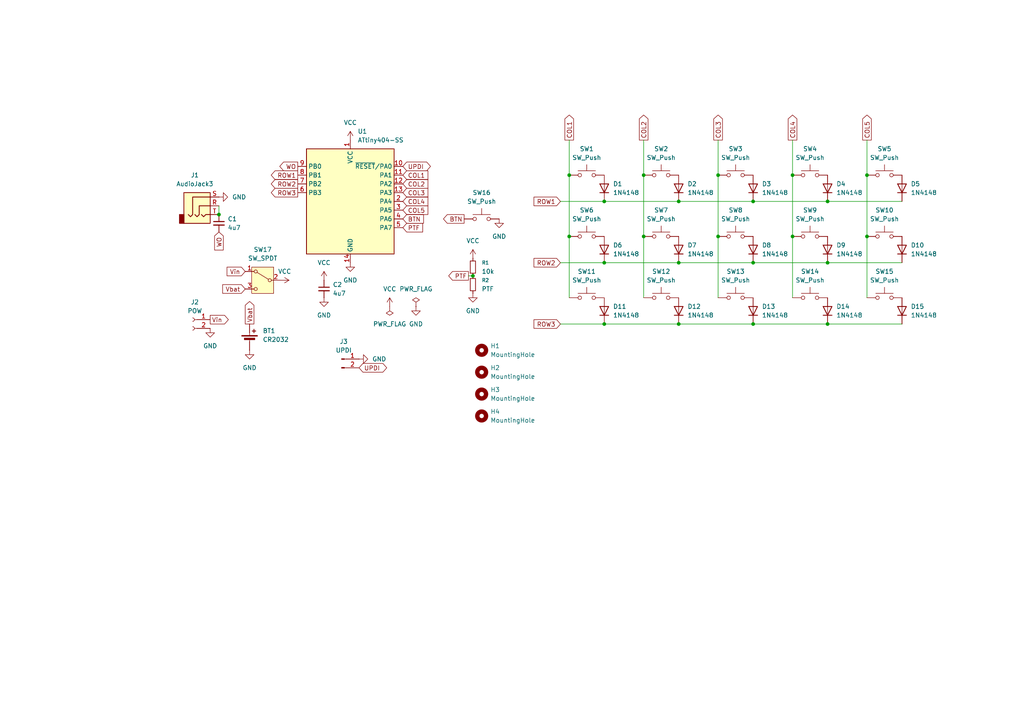
<source format=kicad_sch>
(kicad_sch (version 20250114) (generator "eeschema") (generator_version "9.0")
  (paper "A4")
  (lib_symbols
    (symbol "Connector:Conn_01x02_Pin" (pin_names (offset 1.016) (hide yes))
      (property "Reference" "J" (at 0 2.54 0))
      (property "Value" "Conn_01x02_Pin" (at 0 -5.08 0))
      (symbol "Conn_01x02_Pin_1_1"
        (rectangle (start 0.8636 0.127) (end 0 -0.127) (stroke (width 0.1524)) (fill (type outline)))
        (rectangle (start 0.8636 -2.413) (end 0 -2.667) (stroke (width 0.1524)) (fill (type outline)))
        (polyline (pts (xy 1.27 0) (xy 0.8636 0)) (stroke (width 0.1524)))
        (polyline (pts (xy 1.27 -2.54) (xy 0.8636 -2.54)) (stroke (width 0.1524)))
        (pin passive line (at 5.08 0 180) (length 3.81) (name "Pin_1") (number "1"))
        (pin passive line (at 5.08 -2.54 180) (length 3.81) (name "Pin_2") (number "2"))
      )
    )
    (symbol "Connector:Conn_01x02_Socket" (pin_names (offset 1.016) (hide yes))
      (property "Reference" "J" (at 0 2.54 0))
      (property "Value" "Conn_01x02_Socket" (at 0 -5.08 0))
      (symbol "Conn_01x02_Socket_1_1"
        (polyline (pts (xy -1.27 0) (xy -0.508 0)) (stroke (width 0.1524)))
        (polyline (pts (xy -1.27 -2.54) (xy -0.508 -2.54)) (stroke (width 0.1524)))
        (arc (start 0 -0.508) (mid -0.5058 0) (end 0 0.508) (stroke (width 0.1524)))
        (arc (start 0 -3.048) (mid -0.5058 -2.54) (end 0 -2.032) (stroke (width 0.1524)))
        (pin passive line (at -5.08 0 0) (length 3.81) (name "Pin_1") (number "1"))
        (pin passive line (at -5.08 -2.54 0) (length 3.81) (name "Pin_2") (number "2"))
      )
    )
    (symbol "Connector_Audio:AudioJack3"
      (property "Reference" "J" (at 0 8.89 0))
      (property "Value" "AudioJack3" (at 0 6.35 0))
      (symbol "AudioJack3_0_1"
        (rectangle (start -5.08 -5.08) (end -6.35 -2.54) (stroke (width 0.254)) (fill (type outline)))
        (polyline (pts (xy -1.905 -2.54) (xy -1.27 -3.175) (xy -0.635 -2.54) (xy -0.635 0) (xy 2.54 0)) (stroke (width 0.254)))
        (polyline (pts (xy 0 -2.54) (xy 0.635 -3.175) (xy 1.27 -2.54) (xy 2.54 -2.54)) (stroke (width 0.254)))
        (rectangle (start 2.54 3.81) (end -5.08 -5.08) (stroke (width 0.254)) (fill (type background)))
        (polyline (pts (xy 2.54 2.54) (xy -2.54 2.54) (xy -2.54 -2.54) (xy -3.175 -3.175) (xy -3.81 -2.54)) (stroke (width 0.254)))
      )
      (symbol "AudioJack3_1_1"
        (pin passive line (at 5.08 2.54 180) (length 2.54) (name "~") (number "S"))
        (pin passive line (at 5.08 0 180) (length 2.54) (name "~") (number "R"))
        (pin passive line (at 5.08 -2.54 180) (length 2.54) (name "~") (number "T"))
      )
    )
    (symbol "Device:Battery_Cell" (pin_numbers (hide yes)) (pin_names (offset 0) (hide yes))
      (property "Reference" "BT" (at 2.54 2.54 0))
      (property "Value" "Battery_Cell" (at 2.54 0 0))
      (symbol "Battery_Cell_0_1"
        (rectangle (start -2.286 1.778) (end 2.286 1.524) (fill (type outline)))
        (rectangle (start -1.524 1.016) (end 1.524 0.508) (fill (type outline)))
        (polyline (pts (xy 0 1.778) (xy 0 2.54)))
        (polyline (pts (xy 0 0.762) (xy 0 0)))
        (polyline (pts (xy 0.762 3.048) (xy 1.778 3.048)) (stroke (width 0.254)))
        (polyline (pts (xy 1.27 3.556) (xy 1.27 2.54)) (stroke (width 0.254)))
      )
      (symbol "Battery_Cell_1_1"
        (pin passive line (at 0 5.08 270) (length 2.54) (name "+") (number "1"))
        (pin passive line (at 0 -2.54 90) (length 2.54) (name "-") (number "2"))
      )
    )
    (symbol "Device:C_Small" (pin_numbers (hide yes)) (pin_names (offset 0.254) (hide yes))
      (property "Reference" "C" (at 0.254 1.778 0))
      (property "Value" "C_Small" (at 0.254 -2.032 0))
      (symbol "C_Small_0_1"
        (polyline (pts (xy -1.524 0.508) (xy 1.524 0.508)) (stroke (width 0.3048)))
        (polyline (pts (xy -1.524 -0.508) (xy 1.524 -0.508)) (stroke (width 0.3302)))
      )
      (symbol "C_Small_1_1"
        (pin passive line (at 0 2.54 270) (length 2.032) (name "~") (number "1"))
        (pin passive line (at 0 -2.54 90) (length 2.032) (name "~") (number "2"))
      )
    )
    (symbol "Device:R_Small" (pin_numbers (hide yes)) (pin_names (offset 0.254) (hide yes))
      (property "Reference" "R" (at 0 0 90))
      (property "Value" "R_Small" (at 1.778 0 90))
      (symbol "R_Small_0_1"
        (rectangle (start -0.762 1.778) (end 0.762 -1.778) (stroke (width 0.2032)))
      )
      (symbol "R_Small_1_1"
        (pin passive line (at 0 2.54 270) (length 0.762) (name "~") (number "1"))
        (pin passive line (at 0 -2.54 90) (length 0.762) (name "~") (number "2"))
      )
    )
    (symbol "Diode:1N4148" (pin_numbers (hide yes)) (pin_names (hide yes))
      (property "Reference" "D" (at 0 2.54 0))
      (property "Value" "1N4148" (at 0 -2.54 0))
      (symbol "1N4148_0_1"
        (polyline (pts (xy -1.27 1.27) (xy -1.27 -1.27)) (stroke (width 0.254)))
        (polyline (pts (xy 1.27 1.27) (xy 1.27 -1.27) (xy -1.27 0) (xy 1.27 1.27)) (stroke (width 0.254)))
        (polyline (pts (xy 1.27 0) (xy -1.27 0)))
      )
      (symbol "1N4148_1_1"
        (pin passive line (at -3.81 0 0) (length 2.54) (name "K") (number "1"))
        (pin passive line (at 3.81 0 180) (length 2.54) (name "A") (number "2"))
      )
    )
    (symbol "MCU_Microchip_ATtiny:ATtiny404-SS"
      (property "Reference" "U" (at -12.7 16.51 0))
      (property "Value" "ATtiny404-SS" (at 2.54 -16.51 0))
      (symbol "ATtiny404-SS_0_1"
        (rectangle (start -12.7 -15.24) (end 12.7 15.24) (stroke (width 0.254)) (fill (type background)))
      )
      (symbol "ATtiny404-SS_1_1"
        (pin bidirectional line (at -15.24 10.16 0) (length 2.54) (name "PB0") (number "9"))
        (pin bidirectional line (at -15.24 7.62 0) (length 2.54) (name "PB1") (number "8"))
        (pin bidirectional line (at -15.24 5.08 0) (length 2.54) (name "PB2") (number "7"))
        (pin bidirectional line (at -15.24 2.54 0) (length 2.54) (name "PB3") (number "6"))
        (pin power_in line (at 0 17.78 270) (length 2.54) (name "VCC") (number "1"))
        (pin power_in line (at 0 -17.78 90) (length 2.54) (name "GND") (number "14"))
        (pin bidirectional line (at 15.24 10.16 180) (length 2.54) (name "~{RESET}/PA0") (number "10"))
        (pin bidirectional line (at 15.24 7.62 180) (length 2.54) (name "PA1") (number "11"))
        (pin bidirectional line (at 15.24 5.08 180) (length 2.54) (name "PA2") (number "12"))
        (pin bidirectional line (at 15.24 2.54 180) (length 2.54) (name "PA3") (number "13"))
        (pin bidirectional line (at 15.24 0 180) (length 2.54) (name "PA4") (number "2"))
        (pin bidirectional line (at 15.24 -2.54 180) (length 2.54) (name "PA5") (number "3"))
        (pin bidirectional line (at 15.24 -5.08 180) (length 2.54) (name "PA6") (number "4"))
        (pin bidirectional line (at 15.24 -7.62 180) (length 2.54) (name "PA7") (number "5"))
      )
    )
    (symbol "Mechanical:MountingHole" (pin_names (offset 1.016)) (in_bom no)
      (property "Reference" "H" (at 0 5.08 0))
      (property "Value" "MountingHole" (at 0 3.175 0))
      (symbol "MountingHole_0_1"
        (circle (center 0 0) (radius 1.27) (stroke (width 1.27)))
      )
    )
    (symbol "Switch:SW_Push" (pin_numbers (hide yes)) (pin_names (offset 1.016) (hide yes))
      (property "Reference" "SW" (at 1.27 2.54 0))
      (property "Value" "SW_Push" (at 0 -1.524 0))
      (symbol "SW_Push_0_1"
        (circle (center -2.032 0) (radius 0.508))
        (polyline (pts (xy 0 1.27) (xy 0 3.048)))
        (circle (center 2.032 0) (radius 0.508))
        (polyline (pts (xy 2.54 1.27) (xy -2.54 1.27)))
        (pin passive line (at -5.08 0 0) (length 2.54) (name "1") (number "1"))
        (pin passive line (at 5.08 0 180) (length 2.54) (name "2") (number "2"))
      )
    )
    (symbol "Switch:SW_SPDT" (pin_names (offset 0) (hide yes))
      (property "Reference" "SW" (at 0 5.08 0))
      (property "Value" "SW_SPDT" (at 0 -5.08 0))
      (symbol "SW_SPDT_0_1"
        (circle (center -2.032 0) (radius 0.4572))
        (polyline (pts (xy -1.651 0.254) (xy 1.651 2.286)))
        (circle (center 2.032 2.54) (radius 0.4572))
        (circle (center 2.032 -2.54) (radius 0.4572))
      )
      (symbol "SW_SPDT_1_1"
        (rectangle (start -3.175 3.81) (end 3.175 -3.81) (fill (type background)))
        (pin passive line (at -5.08 0 0) (length 2.54) (name "B") (number "2"))
        (pin passive line (at 5.08 2.54 180) (length 2.54) (name "A") (number "1"))
        (pin passive line (at 5.08 -2.54 180) (length 2.54) (name "C") (number "3"))
      )
    )
    (symbol "power:GND" (power) (pin_numbers (hide yes)) (pin_names (offset 0) (hide yes))
      (property "Value" "GND" (at 0 -3.81 0))
      (symbol "GND_0_1"
        (polyline (pts (xy 0 0) (xy 0 -1.27) (xy 1.27 -1.27) (xy 0 -2.54) (xy -1.27 -1.27) (xy 0 -1.27)))
      )
      (symbol "GND_1_1"
        (pin power_in line (at 0 0 270) (length 0) (name "~") (number "1"))
      )
    )
    (symbol "power:PWR_FLAG" (power) (pin_numbers (hide yes)) (pin_names (offset 0) (hide yes))
      (property "Value" "PWR_FLAG" (at 0 3.81 0))
      (symbol "PWR_FLAG_0_0"
        (pin power_out line (at 0 0 90) (length 0) (name "~") (number "1"))
      )
      (symbol "PWR_FLAG_0_1"
        (polyline (pts (xy 0 0) (xy 0 1.27) (xy -1.016 1.905) (xy 0 2.54) (xy 1.016 1.905) (xy 0 1.27)))
      )
    )
    (symbol "power:VCC" (power) (pin_numbers (hide yes)) (pin_names (offset 0) (hide yes))
      (property "Value" "VCC" (at 0 3.556 0))
      (symbol "VCC_0_1"
        (polyline (pts (xy -0.762 1.27) (xy 0 2.54)))
        (polyline (pts (xy 0 2.54) (xy 0.762 1.27)))
        (polyline (pts (xy 0 0) (xy 0 2.54)))
      )
      (symbol "VCC_1_1"
        (pin power_in line (at 0 0 90) (length 0) (name "~") (number "1"))
      )
    )
  )
  (junction (at 196.85 58.42))
  (junction (at 229.87 68.58))
  (junction (at 137.16 80.01))
  (junction (at 218.44 58.42))
  (junction (at 175.26 58.42))
  (junction (at 240.03 58.42))
  (junction (at 208.28 50.8))
  (junction (at 240.03 76.2))
  (junction (at 240.03 93.98))
  (junction (at 165.1 68.58))
  (junction (at 175.26 93.98))
  (junction (at 196.85 93.98))
  (junction (at 165.1 50.8))
  (junction (at 218.44 76.2))
  (junction (at 251.46 68.58))
  (junction (at 186.69 50.8))
  (junction (at 251.46 50.8))
  (junction (at 63.5 62.23))
  (junction (at 218.44 93.98))
  (junction (at 186.69 68.58))
  (junction (at 208.28 68.58))
  (junction (at 229.87 50.8))
  (junction (at 196.85 76.2))
  (junction (at 175.26 76.2))
  (wire (pts (xy 137.16 80.01) (xy 135.89 80.01)))
  (wire (pts (xy 165.1 68.58) (xy 165.1 86.36)))
  (wire (pts (xy 162.56 93.98) (xy 175.26 93.98)))
  (wire (pts (xy 218.44 93.98) (xy 240.03 93.98)))
  (wire (pts (xy 229.87 68.58) (xy 229.87 86.36)))
  (wire (pts (xy 218.44 76.2) (xy 240.03 76.2)))
  (wire (pts (xy 165.1 50.8) (xy 165.1 68.58)))
  (wire (pts (xy 208.28 40.64) (xy 208.28 50.8)))
  (wire (pts (xy 240.03 93.98) (xy 261.62 93.98)))
  (wire (pts (xy 240.03 76.2) (xy 261.62 76.2)))
  (wire (pts (xy 229.87 40.64) (xy 229.87 50.8)))
  (wire (pts (xy 229.87 50.8) (xy 229.87 68.58)))
  (wire (pts (xy 186.69 50.8) (xy 186.69 68.58)))
  (wire (pts (xy 63.5 59.69) (xy 63.5 62.23)))
  (wire (pts (xy 175.26 93.98) (xy 196.85 93.98)))
  (wire (pts (xy 196.85 58.42) (xy 218.44 58.42)))
  (wire (pts (xy 175.26 76.2) (xy 196.85 76.2)))
  (wire (pts (xy 208.28 68.58) (xy 208.28 86.36)))
  (wire (pts (xy 251.46 50.8) (xy 251.46 68.58)))
  (wire (pts (xy 186.69 40.64) (xy 186.69 50.8)))
  (wire (pts (xy 175.26 58.42) (xy 196.85 58.42)))
  (wire (pts (xy 251.46 68.58) (xy 251.46 86.36)))
  (wire (pts (xy 251.46 40.64) (xy 251.46 50.8)))
  (wire (pts (xy 208.28 50.8) (xy 208.28 68.58)))
  (wire (pts (xy 196.85 76.2) (xy 218.44 76.2)))
  (wire (pts (xy 218.44 58.42) (xy 240.03 58.42)))
  (wire (pts (xy 240.03 58.42) (xy 261.62 58.42)))
  (wire (pts (xy 162.56 76.2) (xy 175.26 76.2)))
  (wire (pts (xy 165.1 40.64) (xy 165.1 50.8)))
  (wire (pts (xy 196.85 93.98) (xy 218.44 93.98)))
  (wire (pts (xy 162.56 58.42) (xy 175.26 58.42)))
  (wire (pts (xy 186.69 68.58) (xy 186.69 86.36)))
  (global_label "Vin" (shape input) (at 71.12 78.74 180) (property "Intersheetrefs" "${INTERSHEET_REFS}" (effects (hide yes))))
  (global_label "COL3" (shape input) (at 116.84 55.88 0) (property "Intersheetrefs" "${INTERSHEET_REFS}" (effects (hide yes))))
  (global_label "Vin" (shape output) (at 60.96 92.71 0) (property "Intersheetrefs" "${INTERSHEET_REFS}" (effects (hide yes))))
  (global_label "COL2" (shape output) (at 186.69 40.64 90) (property "Intersheetrefs" "${INTERSHEET_REFS}" (effects (hide yes))))
  (global_label "PTF" (shape output) (at 135.89 80.01 180) (property "Intersheetrefs" "${INTERSHEET_REFS}" (effects (hide yes))))
  (global_label "COL4" (shape output) (at 229.87 40.64 90) (property "Intersheetrefs" "${INTERSHEET_REFS}" (effects (hide yes))))
  (global_label "ROW3" (shape output) (at 86.36 55.88 180) (property "Intersheetrefs" "${INTERSHEET_REFS}" (effects (hide yes))))
  (global_label "BTN" (shape output) (at 134.62 63.5 180) (property "Intersheetrefs" "${INTERSHEET_REFS}" (effects (hide yes))))
  (global_label "COL5" (shape input) (at 116.84 60.96 0) (property "Intersheetrefs" "${INTERSHEET_REFS}" (effects (hide yes))))
  (global_label "ROW1" (shape output) (at 86.36 50.8 180) (property "Intersheetrefs" "${INTERSHEET_REFS}" (effects (hide yes))))
  (global_label "WO" (shape output) (at 86.36 48.26 180) (property "Intersheetrefs" "${INTERSHEET_REFS}" (effects (hide yes))))
  (global_label "COL4" (shape input) (at 116.84 58.42 0) (property "Intersheetrefs" "${INTERSHEET_REFS}" (effects (hide yes))))
  (global_label "COL1" (shape output) (at 165.1 40.64 90) (property "Intersheetrefs" "${INTERSHEET_REFS}" (effects (hide yes))))
  (global_label "Vbat" (shape input) (at 71.12 83.82 180) (property "Intersheetrefs" "${INTERSHEET_REFS}" (effects (hide yes))))
  (global_label "ROW1" (shape input) (at 162.56 58.42 180) (property "Intersheetrefs" "${INTERSHEET_REFS}" (effects (hide yes))))
  (global_label "ROW2" (shape output) (at 86.36 53.34 180) (property "Intersheetrefs" "${INTERSHEET_REFS}" (effects (hide yes))))
  (global_label "BTN" (shape input) (at 116.84 63.5 0) (property "Intersheetrefs" "${INTERSHEET_REFS}" (effects (hide yes))))
  (global_label "COL1" (shape input) (at 116.84 50.8 0) (property "Intersheetrefs" "${INTERSHEET_REFS}" (effects (hide yes))))
  (global_label "ROW2" (shape input) (at 162.56 76.2 180) (property "Intersheetrefs" "${INTERSHEET_REFS}" (effects (hide yes))))
  (global_label "UPDI" (shape bidirectional) (at 104.14 106.68 0) (property "Intersheetrefs" "${INTERSHEET_REFS}" (effects (hide yes))))
  (global_label "PTF" (shape input) (at 116.84 66.04 0) (property "Intersheetrefs" "${INTERSHEET_REFS}" (effects (hide yes))))
  (global_label "UPDI" (shape bidirectional) (at 116.84 48.26 0) (property "Intersheetrefs" "${INTERSHEET_REFS}" (effects (hide yes))))
  (global_label "ROW3" (shape input) (at 162.56 93.98 180) (property "Intersheetrefs" "${INTERSHEET_REFS}" (effects (hide yes))))
  (global_label "COL2" (shape input) (at 116.84 53.34 0) (property "Intersheetrefs" "${INTERSHEET_REFS}" (effects (hide yes))))
  (global_label "COL5" (shape output) (at 251.46 40.64 90) (property "Intersheetrefs" "${INTERSHEET_REFS}" (effects (hide yes))))
  (global_label "COL3" (shape output) (at 208.28 40.64 90) (property "Intersheetrefs" "${INTERSHEET_REFS}" (effects (hide yes))))
  (global_label "Vbat" (shape output) (at 72.39 93.98 90) (property "Intersheetrefs" "${INTERSHEET_REFS}" (effects (hide yes))))
  (global_label "WO" (shape input) (at 63.5 67.31 270) (property "Intersheetrefs" "${INTERSHEET_REFS}" (effects (hide yes))))
  (symbol (lib_id "Switch:SW_Push") (at 191.77 86.36 0) (unit 1)
    (property "Reference" "SW12" (at 191.77 78.74 0))
    (property "Value" "SW_Push" (at 191.77 81.28 0))
    (property "Footprint" "Button_Switch_Keyboard:SW_Cherry_MX_1.00u_PCB" (effects (hide yes)))
    (property "Description" "Push button switch, generic, two pins" (effects (hide yes)))
  )
  (symbol (lib_id "Device:R_Small") (at 137.16 82.55 0) (unit 1)
    (property "Reference" "R2" (at 139.7 81.2799 0) (effects (font (size 1.016 1.016)) (justify left)))
    (property "Value" "PTF" (at 139.7 83.8199 0) (effects (justify left)))
    (property "Footprint" "Resistor_SMD:R_1020_2550Metric" (effects (hide yes)))
    (property "Description" "Resistor, small symbol" (effects (hide yes)))
  )
  (symbol (lib_id "power:PWR_FLAG") (at 120.65 88.9 0) (unit 1)
    (property "Reference" "#FLG01" (effects (hide yes)))
    (property "Value" "PWR_FLAG" (at 120.65 83.82 0))
    (property "Description" "Special symbol for telling ERC where power comes from" (effects (hide yes)))
  )
  (symbol (lib_id "Connector:Conn_01x02_Socket") (at 55.88 92.71 0) (mirror y) (unit 1)
    (property "Reference" "J2" (at 56.515 87.63 0))
    (property "Value" "POW" (at 56.515 90.17 0))
    (property "Footprint" "Connector_JST:JST_XH_S2B-XH-A_1x02_P2.50mm_Horizontal" (effects (hide yes)))
    (property "Description" "Generic connector, single row, 01x02, script generated" (effects (hide yes)))
  )
  (symbol (lib_id "Device:Battery_Cell") (at 72.39 99.06 0) (unit 1)
    (property "Reference" "BT1" (at 76.2 95.9484 0) (effects (justify left)))
    (property "Value" "CR2032" (at 76.2 98.4884 0) (effects (justify left)))
    (property "Footprint" "Battery:BatteryHolder_Multicomp_BC-2001_1x2032" (effects (hide yes)))
    (property "Description" "Single-cell battery" (effects (hide yes)))
  )
  (symbol (lib_id "Device:C_Small") (at 63.5 64.77 0) (unit 1)
    (property "Reference" "C1" (at 66.04 63.5062 0) (effects (justify left)))
    (property "Value" "4u7" (at 66.04 66.0462 0) (effects (justify left)))
    (property "Footprint" "Capacitor_SMD:C_0603_1608Metric" (effects (hide yes)))
    (property "Description" "Unpolarized capacitor, small symbol" (effects (hide yes)))
  )
  (symbol (lib_id "Switch:SW_Push") (at 170.18 68.58 0) (unit 1)
    (property "Reference" "SW6" (at 170.18 60.96 0))
    (property "Value" "SW_Push" (at 170.18 63.5 0))
    (property "Footprint" "Button_Switch_Keyboard:SW_Cherry_MX_1.00u_PCB" (effects (hide yes)))
    (property "Description" "Push button switch, generic, two pins" (effects (hide yes)))
  )
  (symbol (lib_id "power:GND") (at 144.78 63.5 0) (unit 1)
    (property "Reference" "#PWR010" (effects (hide yes)))
    (property "Value" "GND" (at 144.78 68.58 0))
    (property "Description" "Power symbol creates a global label with name \"GND\" , ground" (effects (hide yes)))
  )
  (symbol (lib_id "Diode:1N4148") (at 240.03 90.17 90) (unit 1)
    (property "Reference" "D14" (at 242.57 88.8999 90) (effects (justify right)))
    (property "Value" "1N4148" (at 242.57 91.4399 90) (effects (justify right)))
    (property "Footprint" "Diode_THT:D_DO-35_SOD27_P7.62mm_Horizontal" (effects (hide yes)))
    (property "Datasheet" "https://assets.nexperia.com/documents/data-sheet/1N4148_1N4448.pdf" (effects (hide yes)))
    (property "Description" "100V 0.15A standard switching diode, DO-35" (effects (hide yes)))
    (property "Sim.Device" "D" (effects (hide yes)))
    (property "Sim.Pins" "1=K 2=A" (effects (hide yes)))
  )
  (symbol (lib_id "Diode:1N4148") (at 261.62 90.17 90) (unit 1)
    (property "Reference" "D15" (at 264.16 88.8999 90) (effects (justify right)))
    (property "Value" "1N4148" (at 264.16 91.4399 90) (effects (justify right)))
    (property "Footprint" "Diode_THT:D_DO-35_SOD27_P7.62mm_Horizontal" (effects (hide yes)))
    (property "Datasheet" "https://assets.nexperia.com/documents/data-sheet/1N4148_1N4448.pdf" (effects (hide yes)))
    (property "Description" "100V 0.15A standard switching diode, DO-35" (effects (hide yes)))
    (property "Sim.Device" "D" (effects (hide yes)))
    (property "Sim.Pins" "1=K 2=A" (effects (hide yes)))
  )
  (symbol (lib_id "Switch:SW_Push") (at 256.54 50.8 0) (unit 1)
    (property "Reference" "SW5" (at 256.54 43.18 0))
    (property "Value" "SW_Push" (at 256.54 45.72 0))
    (property "Footprint" "Button_Switch_Keyboard:SW_Cherry_MX_1.00u_PCB" (effects (hide yes)))
    (property "Description" "Push button switch, generic, two pins" (effects (hide yes)))
  )
  (symbol (lib_id "Mechanical:MountingHole") (at 139.7 120.65 0) (unit 1) (in_bom no)
    (property "Reference" "H4" (at 142.24 119.3799 0) (effects (justify left)))
    (property "Value" "MountingHole" (at 142.24 121.9199 0) (effects (justify left)))
    (property "Footprint" "MountingHole:MountingHole_3.2mm_M3" (effects (hide yes)))
    (property "Description" "Mounting Hole without connection" (effects (hide yes)))
  )
  (symbol (lib_id "Diode:1N4148") (at 196.85 54.61 90) (unit 1)
    (property "Reference" "D2" (at 199.39 53.3399 90) (effects (justify right)))
    (property "Value" "1N4148" (at 199.39 55.8799 90) (effects (justify right)))
    (property "Footprint" "Diode_THT:D_DO-35_SOD27_P7.62mm_Horizontal" (effects (hide yes)))
    (property "Datasheet" "https://assets.nexperia.com/documents/data-sheet/1N4148_1N4448.pdf" (effects (hide yes)))
    (property "Description" "100V 0.15A standard switching diode, DO-35" (effects (hide yes)))
    (property "Sim.Device" "D" (effects (hide yes)))
    (property "Sim.Pins" "1=K 2=A" (effects (hide yes)))
  )
  (symbol (lib_id "Diode:1N4148") (at 218.44 54.61 90) (unit 1)
    (property "Reference" "D3" (at 220.98 53.3399 90) (effects (justify right)))
    (property "Value" "1N4148" (at 220.98 55.8799 90) (effects (justify right)))
    (property "Footprint" "Diode_THT:D_DO-35_SOD27_P7.62mm_Horizontal" (effects (hide yes)))
    (property "Datasheet" "https://assets.nexperia.com/documents/data-sheet/1N4148_1N4448.pdf" (effects (hide yes)))
    (property "Description" "100V 0.15A standard switching diode, DO-35" (effects (hide yes)))
    (property "Sim.Device" "D" (effects (hide yes)))
    (property "Sim.Pins" "1=K 2=A" (effects (hide yes)))
  )
  (symbol (lib_id "Diode:1N4148") (at 175.26 90.17 90) (unit 1)
    (property "Reference" "D11" (at 177.8 88.8999 90) (effects (justify right)))
    (property "Value" "1N4148" (at 177.8 91.4399 90) (effects (justify right)))
    (property "Footprint" "Diode_THT:D_DO-35_SOD27_P7.62mm_Horizontal" (effects (hide yes)))
    (property "Datasheet" "https://assets.nexperia.com/documents/data-sheet/1N4148_1N4448.pdf" (effects (hide yes)))
    (property "Description" "100V 0.15A standard switching diode, DO-35" (effects (hide yes)))
    (property "Sim.Device" "D" (effects (hide yes)))
    (property "Sim.Pins" "1=K 2=A" (effects (hide yes)))
  )
  (symbol (lib_id "power:GND") (at 104.14 104.14 90) (unit 1)
    (property "Reference" "#PWR014" (effects (hide yes)))
    (property "Value" "GND" (at 107.95 104.1399 90) (effects (justify right)))
    (property "Description" "Power symbol creates a global label with name \"GND\" , ground" (effects (hide yes)))
  )
  (symbol (lib_id "power:GND") (at 101.6 76.2 0) (unit 1)
    (property "Reference" "#PWR02" (effects (hide yes)))
    (property "Value" "GND" (at 101.6 81.28 0))
    (property "Description" "Power symbol creates a global label with name \"GND\" , ground" (effects (hide yes)))
  )
  (symbol (lib_id "Switch:SW_Push") (at 213.36 86.36 0) (unit 1)
    (property "Reference" "SW13" (at 213.36 78.74 0))
    (property "Value" "SW_Push" (at 213.36 81.28 0))
    (property "Footprint" "Button_Switch_Keyboard:SW_Cherry_MX_1.00u_PCB" (effects (hide yes)))
    (property "Description" "Push button switch, generic, two pins" (effects (hide yes)))
  )
  (symbol (lib_id "power:GND") (at 120.65 88.9 0) (unit 1)
    (property "Reference" "#PWR03" (effects (hide yes)))
    (property "Value" "GND" (at 120.65 93.98 0))
    (property "Description" "Power symbol creates a global label with name \"GND\" , ground" (effects (hide yes)))
  )
  (symbol (lib_id "Device:R_Small") (at 137.16 77.47 0) (unit 1)
    (property "Reference" "R1" (at 139.7 76.1999 0) (effects (font (size 1.016 1.016)) (justify left)))
    (property "Value" "10k" (at 139.7 78.7399 0) (effects (justify left)))
    (property "Footprint" "Resistor_SMD:R_0603_1608Metric" (effects (hide yes)))
    (property "Description" "Resistor, small symbol" (effects (hide yes)))
  )
  (symbol (lib_id "Diode:1N4148") (at 240.03 54.61 90) (unit 1)
    (property "Reference" "D4" (at 242.57 53.3399 90) (effects (justify right)))
    (property "Value" "1N4148" (at 242.57 55.8799 90) (effects (justify right)))
    (property "Footprint" "Diode_THT:D_DO-35_SOD27_P7.62mm_Horizontal" (effects (hide yes)))
    (property "Datasheet" "https://assets.nexperia.com/documents/data-sheet/1N4148_1N4448.pdf" (effects (hide yes)))
    (property "Description" "100V 0.15A standard switching diode, DO-35" (effects (hide yes)))
    (property "Sim.Device" "D" (effects (hide yes)))
    (property "Sim.Pins" "1=K 2=A" (effects (hide yes)))
  )
  (symbol (lib_id "power:VCC") (at 137.16 74.93 0) (unit 1)
    (property "Reference" "#PWR011" (effects (hide yes)))
    (property "Value" "VCC" (at 137.16 69.85 0))
    (property "Description" "Power symbol creates a global label with name \"VCC\"" (effects (hide yes)))
  )
  (symbol (lib_id "Device:C_Small") (at 93.98 83.82 0) (unit 1)
    (property "Reference" "C2" (at 96.52 82.5562 0) (effects (justify left)))
    (property "Value" "4u7" (at 96.52 85.0962 0) (effects (justify left)))
    (property "Footprint" "Capacitor_SMD:C_0603_1608Metric" (effects (hide yes)))
    (property "Description" "Unpolarized capacitor, small symbol" (effects (hide yes)))
  )
  (symbol (lib_id "power:VCC") (at 101.6 40.64 0) (unit 1)
    (property "Reference" "#PWR01" (effects (hide yes)))
    (property "Value" "VCC" (at 101.6 35.56 0))
    (property "Description" "Power symbol creates a global label with name \"VCC\"" (effects (hide yes)))
  )
  (symbol (lib_id "Switch:SW_Push") (at 234.95 68.58 0) (unit 1)
    (property "Reference" "SW9" (at 234.95 60.96 0))
    (property "Value" "SW_Push" (at 234.95 63.5 0))
    (property "Footprint" "Button_Switch_Keyboard:SW_Cherry_MX_1.00u_PCB" (effects (hide yes)))
    (property "Description" "Push button switch, generic, two pins" (effects (hide yes)))
  )
  (symbol (lib_id "power:GND") (at 63.5 57.15 90) (unit 1)
    (property "Reference" "#PWR05" (effects (hide yes)))
    (property "Value" "GND" (at 67.31 57.1499 90) (effects (justify right)))
    (property "Description" "Power symbol creates a global label with name \"GND\" , ground" (effects (hide yes)))
  )
  (symbol (lib_id "power:VCC") (at 113.03 88.9 0) (unit 1)
    (property "Reference" "#PWR04" (effects (hide yes)))
    (property "Value" "VCC" (at 113.03 83.82 0))
    (property "Description" "Power symbol creates a global label with name \"VCC\"" (effects (hide yes)))
  )
  (symbol (lib_id "power:VCC") (at 81.28 81.28 270) (mirror x) (unit 1)
    (property "Reference" "#PWR06" (effects (hide yes)))
    (property "Value" "VCC" (at 82.55 78.74 90))
    (property "Description" "Power symbol creates a global label with name \"VCC\"" (effects (hide yes)))
  )
  (symbol (lib_id "Diode:1N4148") (at 218.44 90.17 90) (unit 1)
    (property "Reference" "D13" (at 220.98 88.8999 90) (effects (justify right)))
    (property "Value" "1N4148" (at 220.98 91.4399 90) (effects (justify right)))
    (property "Footprint" "Diode_THT:D_DO-35_SOD27_P7.62mm_Horizontal" (effects (hide yes)))
    (property "Datasheet" "https://assets.nexperia.com/documents/data-sheet/1N4148_1N4448.pdf" (effects (hide yes)))
    (property "Description" "100V 0.15A standard switching diode, DO-35" (effects (hide yes)))
    (property "Sim.Device" "D" (effects (hide yes)))
    (property "Sim.Pins" "1=K 2=A" (effects (hide yes)))
  )
  (symbol (lib_id "power:GND") (at 137.16 85.09 0) (unit 1)
    (property "Reference" "#PWR012" (effects (hide yes)))
    (property "Value" "GND" (at 137.16 90.17 0))
    (property "Description" "Power symbol creates a global label with name \"GND\" , ground" (effects (hide yes)))
  )
  (symbol (lib_id "Mechanical:MountingHole") (at 139.7 114.3 0) (unit 1) (in_bom no)
    (property "Reference" "H3" (at 142.24 113.0299 0) (effects (justify left)))
    (property "Value" "MountingHole" (at 142.24 115.5699 0) (effects (justify left)))
    (property "Footprint" "MountingHole:MountingHole_3.2mm_M3" (effects (hide yes)))
    (property "Description" "Mounting Hole without connection" (effects (hide yes)))
  )
  (symbol (lib_id "Diode:1N4148") (at 175.26 54.61 90) (unit 1)
    (property "Reference" "D1" (at 177.8 53.3399 90) (effects (justify right)))
    (property "Value" "1N4148" (at 177.8 55.8799 90) (effects (justify right)))
    (property "Footprint" "Diode_THT:D_DO-35_SOD27_P7.62mm_Horizontal" (effects (hide yes)))
    (property "Datasheet" "https://assets.nexperia.com/documents/data-sheet/1N4148_1N4448.pdf" (effects (hide yes)))
    (property "Description" "100V 0.15A standard switching diode, DO-35" (effects (hide yes)))
    (property "Sim.Device" "D" (effects (hide yes)))
    (property "Sim.Pins" "1=K 2=A" (effects (hide yes)))
  )
  (symbol (lib_id "power:VCC") (at 93.98 81.28 0) (unit 1)
    (property "Reference" "#PWR08" (effects (hide yes)))
    (property "Value" "VCC" (at 93.98 76.2 0))
    (property "Description" "Power symbol creates a global label with name \"VCC\"" (effects (hide yes)))
  )
  (symbol (lib_id "Switch:SW_Push") (at 139.7 63.5 0) (unit 1)
    (property "Reference" "SW16" (at 139.7 55.88 0))
    (property "Value" "SW_Push" (at 139.7 58.42 0))
    (property "Footprint" "Library:alps-skrg" (effects (hide yes)))
    (property "Description" "Push button switch, generic, two pins" (effects (hide yes)))
  )
  (symbol (lib_id "MCU_Microchip_ATtiny:ATtiny404-SS") (at 101.6 58.42 0) (unit 1)
    (property "Reference" "U1" (at 103.7433 38.1 0) (effects (justify left)))
    (property "Value" "ATtiny404-SS" (at 103.7433 40.64 0) (effects (justify left)))
    (property "Footprint" "Package_SO:SOIC-14_3.9x8.7mm_P1.27mm" (effects (hide yes)))
    (property "Datasheet" "http://ww1.microchip.com/downloads/en/DeviceDoc/50002687A.pdf" (effects (hide yes)))
    (property "Description" "20MHz, 4kB Flash, 256B SRAM, 128B EEPROM, SOIC-14" (effects (hide yes)))
  )
  (symbol (lib_id "Diode:1N4148") (at 196.85 90.17 90) (unit 1)
    (property "Reference" "D12" (at 199.39 88.8999 90) (effects (justify right)))
    (property "Value" "1N4148" (at 199.39 91.4399 90) (effects (justify right)))
    (property "Footprint" "Diode_THT:D_DO-35_SOD27_P7.62mm_Horizontal" (effects (hide yes)))
    (property "Datasheet" "https://assets.nexperia.com/documents/data-sheet/1N4148_1N4448.pdf" (effects (hide yes)))
    (property "Description" "100V 0.15A standard switching diode, DO-35" (effects (hide yes)))
    (property "Sim.Device" "D" (effects (hide yes)))
    (property "Sim.Pins" "1=K 2=A" (effects (hide yes)))
  )
  (symbol (lib_id "power:GND") (at 60.96 95.25 0) (unit 1)
    (property "Reference" "#PWR09" (effects (hide yes)))
    (property "Value" "GND" (at 60.96 100.33 0))
    (property "Description" "Power symbol creates a global label with name \"GND\" , ground" (effects (hide yes)))
  )
  (symbol (lib_id "Diode:1N4148") (at 218.44 72.39 90) (unit 1)
    (property "Reference" "D8" (at 220.98 71.1199 90) (effects (justify right)))
    (property "Value" "1N4148" (at 220.98 73.6599 90) (effects (justify right)))
    (property "Footprint" "Diode_THT:D_DO-35_SOD27_P7.62mm_Horizontal" (effects (hide yes)))
    (property "Datasheet" "https://assets.nexperia.com/documents/data-sheet/1N4148_1N4448.pdf" (effects (hide yes)))
    (property "Description" "100V 0.15A standard switching diode, DO-35" (effects (hide yes)))
    (property "Sim.Device" "D" (effects (hide yes)))
    (property "Sim.Pins" "1=K 2=A" (effects (hide yes)))
  )
  (symbol (lib_id "Switch:SW_Push") (at 170.18 50.8 0) (unit 1)
    (property "Reference" "SW1" (at 170.18 43.18 0))
    (property "Value" "SW_Push" (at 170.18 45.72 0))
    (property "Footprint" "Button_Switch_Keyboard:SW_Cherry_MX_1.00u_PCB" (effects (hide yes)))
    (property "Description" "Push button switch, generic, two pins" (effects (hide yes)))
  )
  (symbol (lib_id "Diode:1N4148") (at 261.62 54.61 90) (unit 1)
    (property "Reference" "D5" (at 264.16 53.3399 90) (effects (justify right)))
    (property "Value" "1N4148" (at 264.16 55.8799 90) (effects (justify right)))
    (property "Footprint" "Diode_THT:D_DO-35_SOD27_P7.62mm_Horizontal" (effects (hide yes)))
    (property "Datasheet" "https://assets.nexperia.com/documents/data-sheet/1N4148_1N4448.pdf" (effects (hide yes)))
    (property "Description" "100V 0.15A standard switching diode, DO-35" (effects (hide yes)))
    (property "Sim.Device" "D" (effects (hide yes)))
    (property "Sim.Pins" "1=K 2=A" (effects (hide yes)))
  )
  (symbol (lib_id "Diode:1N4148") (at 196.85 72.39 90) (unit 1)
    (property "Reference" "D7" (at 199.39 71.1199 90) (effects (justify right)))
    (property "Value" "1N4148" (at 199.39 73.6599 90) (effects (justify right)))
    (property "Footprint" "Diode_THT:D_DO-35_SOD27_P7.62mm_Horizontal" (effects (hide yes)))
    (property "Datasheet" "https://assets.nexperia.com/documents/data-sheet/1N4148_1N4448.pdf" (effects (hide yes)))
    (property "Description" "100V 0.15A standard switching diode, DO-35" (effects (hide yes)))
    (property "Sim.Device" "D" (effects (hide yes)))
    (property "Sim.Pins" "1=K 2=A" (effects (hide yes)))
  )
  (symbol (lib_id "power:PWR_FLAG") (at 113.03 88.9 0) (mirror x) (unit 1)
    (property "Reference" "#FLG02" (effects (hide yes)))
    (property "Value" "PWR_FLAG" (at 113.03 93.98 0))
    (property "Description" "Special symbol for telling ERC where power comes from" (effects (hide yes)))
  )
  (symbol (lib_id "Switch:SW_Push") (at 256.54 86.36 0) (unit 1)
    (property "Reference" "SW15" (at 256.54 78.74 0))
    (property "Value" "SW_Push" (at 256.54 81.28 0))
    (property "Footprint" "Button_Switch_Keyboard:SW_Cherry_MX_1.00u_PCB" (effects (hide yes)))
    (property "Description" "Push button switch, generic, two pins" (effects (hide yes)))
  )
  (symbol (lib_id "Mechanical:MountingHole") (at 139.7 107.95 0) (unit 1) (in_bom no)
    (property "Reference" "H2" (at 142.24 106.6799 0) (effects (justify left)))
    (property "Value" "MountingHole" (at 142.24 109.2199 0) (effects (justify left)))
    (property "Footprint" "MountingHole:MountingHole_3.2mm_M3" (effects (hide yes)))
    (property "Description" "Mounting Hole without connection" (effects (hide yes)))
  )
  (symbol (lib_id "Switch:SW_SPDT") (at 76.2 81.28 0) (mirror y) (unit 1)
    (property "Reference" "SW17" (at 76.2 72.39 0))
    (property "Value" "SW_SPDT" (at 76.2 74.93 0))
    (property "Footprint" "Button_Switch_THT:SW_Slide_SPDT_Straight_CK_OS102011MS2Q" (effects (hide yes)))
    (property "Description" "Switch, single pole double throw" (effects (hide yes)))
  )
  (symbol (lib_id "power:GND") (at 72.39 101.6 0) (unit 1)
    (property "Reference" "#PWR07" (effects (hide yes)))
    (property "Value" "GND" (at 72.39 106.68 0))
    (property "Description" "Power symbol creates a global label with name \"GND\" , ground" (effects (hide yes)))
  )
  (symbol (lib_id "Switch:SW_Push") (at 170.18 86.36 0) (unit 1)
    (property "Reference" "SW11" (at 170.18 78.74 0))
    (property "Value" "SW_Push" (at 170.18 81.28 0))
    (property "Footprint" "Button_Switch_Keyboard:SW_Cherry_MX_1.00u_PCB" (effects (hide yes)))
    (property "Description" "Push button switch, generic, two pins" (effects (hide yes)))
  )
  (symbol (lib_id "Connector:Conn_01x02_Pin") (at 99.06 104.14 0) (unit 1)
    (property "Reference" "J3" (at 99.695 99.06 0))
    (property "Value" "UPDI" (at 99.695 101.6 0))
    (property "Footprint" "Connector_PinHeader_2.54mm:PinHeader_1x02_P2.54mm_Vertical" (effects (hide yes)))
    (property "Description" "Generic connector, single row, 01x02, script generated" (effects (hide yes)))
  )
  (symbol (lib_id "Diode:1N4148") (at 175.26 72.39 90) (unit 1)
    (property "Reference" "D6" (at 177.8 71.1199 90) (effects (justify right)))
    (property "Value" "1N4148" (at 177.8 73.6599 90) (effects (justify right)))
    (property "Footprint" "Diode_THT:D_DO-35_SOD27_P7.62mm_Horizontal" (effects (hide yes)))
    (property "Datasheet" "https://assets.nexperia.com/documents/data-sheet/1N4148_1N4448.pdf" (effects (hide yes)))
    (property "Description" "100V 0.15A standard switching diode, DO-35" (effects (hide yes)))
    (property "Sim.Device" "D" (effects (hide yes)))
    (property "Sim.Pins" "1=K 2=A" (effects (hide yes)))
  )
  (symbol (lib_id "Switch:SW_Push") (at 213.36 68.58 0) (unit 1)
    (property "Reference" "SW8" (at 213.36 60.96 0))
    (property "Value" "SW_Push" (at 213.36 63.5 0))
    (property "Footprint" "Button_Switch_Keyboard:SW_Cherry_MX_1.00u_PCB" (effects (hide yes)))
    (property "Description" "Push button switch, generic, two pins" (effects (hide yes)))
  )
  (symbol (lib_id "Switch:SW_Push") (at 234.95 50.8 0) (unit 1)
    (property "Reference" "SW4" (at 234.95 43.18 0))
    (property "Value" "SW_Push" (at 234.95 45.72 0))
    (property "Footprint" "Button_Switch_Keyboard:SW_Cherry_MX_1.00u_PCB" (effects (hide yes)))
    (property "Description" "Push button switch, generic, two pins" (effects (hide yes)))
  )
  (symbol (lib_id "Switch:SW_Push") (at 234.95 86.36 0) (unit 1)
    (property "Reference" "SW14" (at 234.95 78.74 0))
    (property "Value" "SW_Push" (at 234.95 81.28 0))
    (property "Footprint" "Button_Switch_Keyboard:SW_Cherry_MX_1.00u_PCB" (effects (hide yes)))
    (property "Description" "Push button switch, generic, two pins" (effects (hide yes)))
  )
  (symbol (lib_id "Switch:SW_Push") (at 256.54 68.58 0) (unit 1)
    (property "Reference" "SW10" (at 256.54 60.96 0))
    (property "Value" "SW_Push" (at 256.54 63.5 0))
    (property "Footprint" "Button_Switch_Keyboard:SW_Cherry_MX_1.00u_PCB" (effects (hide yes)))
    (property "Description" "Push button switch, generic, two pins" (effects (hide yes)))
  )
  (symbol (lib_id "Switch:SW_Push") (at 213.36 50.8 0) (unit 1)
    (property "Reference" "SW3" (at 213.36 43.18 0))
    (property "Value" "SW_Push" (at 213.36 45.72 0))
    (property "Footprint" "Button_Switch_Keyboard:SW_Cherry_MX_1.00u_PCB" (effects (hide yes)))
    (property "Description" "Push button switch, generic, two pins" (effects (hide yes)))
  )
  (symbol (lib_id "Diode:1N4148") (at 240.03 72.39 90) (unit 1)
    (property "Reference" "D9" (at 242.57 71.1199 90) (effects (justify right)))
    (property "Value" "1N4148" (at 242.57 73.6599 90) (effects (justify right)))
    (property "Footprint" "Diode_THT:D_DO-35_SOD27_P7.62mm_Horizontal" (effects (hide yes)))
    (property "Datasheet" "https://assets.nexperia.com/documents/data-sheet/1N4148_1N4448.pdf" (effects (hide yes)))
    (property "Description" "100V 0.15A standard switching diode, DO-35" (effects (hide yes)))
    (property "Sim.Device" "D" (effects (hide yes)))
    (property "Sim.Pins" "1=K 2=A" (effects (hide yes)))
  )
  (symbol (lib_id "Switch:SW_Push") (at 191.77 50.8 0) (unit 1)
    (property "Reference" "SW2" (at 191.77 43.18 0))
    (property "Value" "SW_Push" (at 191.77 45.72 0))
    (property "Footprint" "Button_Switch_Keyboard:SW_Cherry_MX_1.00u_PCB" (effects (hide yes)))
    (property "Description" "Push button switch, generic, two pins" (effects (hide yes)))
  )
  (symbol (lib_id "power:GND") (at 93.98 86.36 0) (unit 1)
    (property "Reference" "#PWR013" (effects (hide yes)))
    (property "Value" "GND" (at 93.98 91.44 0))
    (property "Description" "Power symbol creates a global label with name \"GND\" , ground" (effects (hide yes)))
  )
  (symbol (lib_id "Connector_Audio:AudioJack3") (at 58.42 59.69 0) (unit 1)
    (property "Reference" "J1" (at 56.515 50.8 0))
    (property "Value" "AudioJack3" (at 56.515 53.34 0))
    (property "Footprint" "Library:MJ-8435" (effects (hide yes)))
    (property "Description" "Audio Jack, 3 Poles (Stereo / TRS)" (effects (hide yes)))
  )
  (symbol (lib_id "Diode:1N4148") (at 261.62 72.39 90) (unit 1)
    (property "Reference" "D10" (at 264.16 71.1199 90) (effects (justify right)))
    (property "Value" "1N4148" (at 264.16 73.6599 90) (effects (justify right)))
    (property "Footprint" "Diode_THT:D_DO-35_SOD27_P7.62mm_Horizontal" (effects (hide yes)))
    (property "Datasheet" "https://assets.nexperia.com/documents/data-sheet/1N4148_1N4448.pdf" (effects (hide yes)))
    (property "Description" "100V 0.15A standard switching diode, DO-35" (effects (hide yes)))
    (property "Sim.Device" "D" (effects (hide yes)))
    (property "Sim.Pins" "1=K 2=A" (effects (hide yes)))
  )
  (symbol (lib_id "Mechanical:MountingHole") (at 139.7 101.6 0) (unit 1) (in_bom no)
    (property "Reference" "H1" (at 142.24 100.3299 0) (effects (justify left)))
    (property "Value" "MountingHole" (at 142.24 102.8699 0) (effects (justify left)))
    (property "Footprint" "MountingHole:MountingHole_3.2mm_M3" (effects (hide yes)))
    (property "Description" "Mounting Hole without connection" (effects (hide yes)))
  )
  (symbol (lib_id "Switch:SW_Push") (at 191.77 68.58 0) (unit 1)
    (property "Reference" "SW7" (at 191.77 60.96 0))
    (property "Value" "SW_Push" (at 191.77 63.5 0))
    (property "Footprint" "Button_Switch_Keyboard:SW_Cherry_MX_1.00u_PCB" (effects (hide yes)))
    (property "Description" "Push button switch, generic, two pins" (effects (hide yes)))
  )
)
</source>
